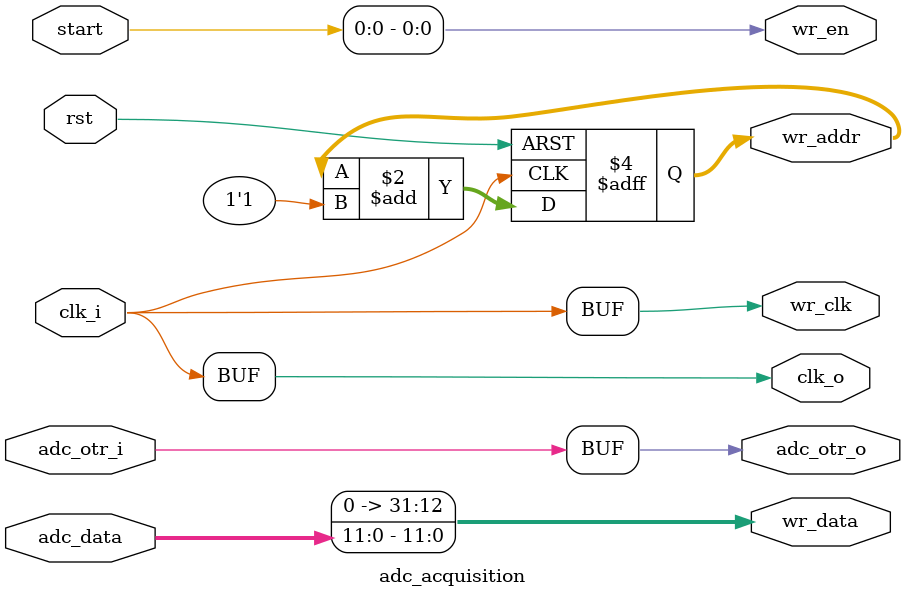
<source format=v>
`timescale 1ns / 1ps


module adc_acquisition(

    input        clk_i,
    input        rst,
    output       clk_o,
    input [11:0] adc_data,
    input        adc_otr_i,
    output       adc_otr_o,
    
    input    [31:0]  start,
    output           wr_en ,
    output            wr_clk,
    output     [31:0] wr_data,
    output reg [31:0] wr_addr = 0
    
    );
    
assign clk_o = clk_i;
assign wr_clk = clk_i;
assign wr_data = {20'b0, adc_data};
assign wr_en = start[0];
assign adc_otr_o = adc_otr_i;

always@(posedge clk_i or posedge rst) begin

    if (rst) begin
        wr_addr <= 0;
    end else begin
        wr_addr <= wr_addr + 1'b1;
    end

end
    
endmodule

</source>
